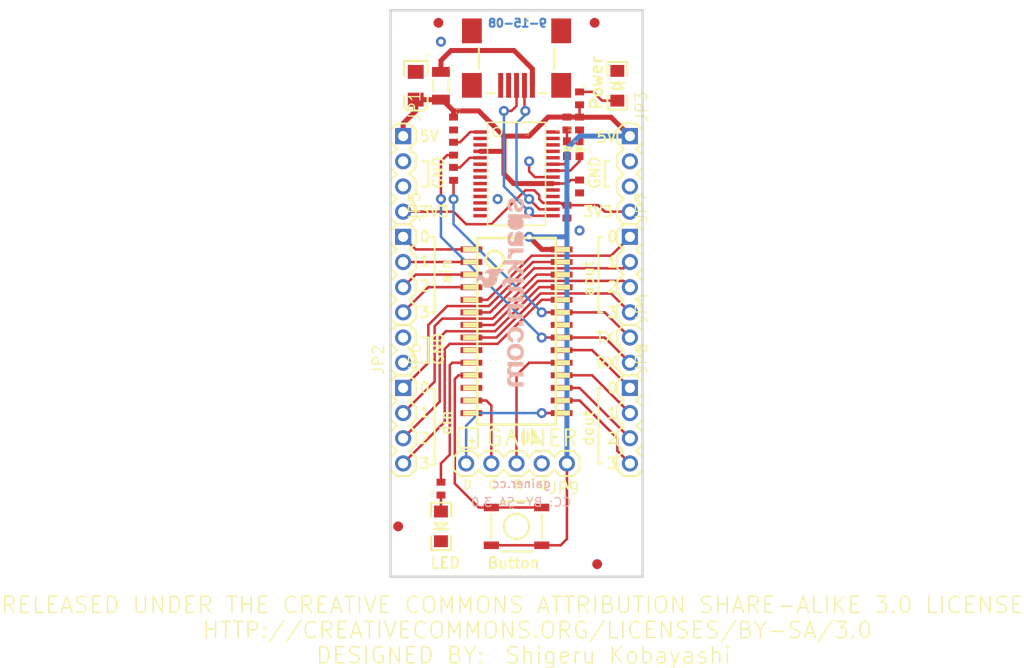
<source format=kicad_pcb>
(kicad_pcb (version 20211014) (generator pcbnew)
  (layers (0 "F.Cu" signal) (31 "B.Cu" signal) (34 "B.Paste" user) (35 "F.Paste" user) (36 "B.SilkS" user "B.Silkscreen") (37 "F.SilkS" user "F.Silkscreen") (38 "B.Mask" user) (39 "F.Mask" user) (44 "Edge.Cuts" user))
  (net 0 "")
  (net 1 "GND")
  (net 2 "AIN1")
  (net 3 "AIN2")
  (net 4 "AIN3")
  (net 5 "AIN4")
  (net 6 "DIN1")
  (net 7 "DIN2")
  (net 8 "DIN3")
  (net 9 "DIN4")
  (net 10 "AOUT1")
  (net 11 "AOUT2")
  (net 12 "AOUT3")
  (net 13 "AOUT4")
  (net 14 "DOUT1")
  (net 15 "DOUT2")
  (net 16 "DOUT3")
  (net 17 "DOUT4")
  (net 18 "N$9")
  (net 19 "N$10")
  (net 20 "N$8")
  (net 21 "N$2")
  (net 22 "5V")
  (net 23 "N$11")
  (net 24 "N$13")
  (net 25 "RX")
  (net 26 "TX")
  (net 27 "N$4")
  (net 28 "3.3V")
  (net 29 "N$1")
  (net 30 "N$5")
  (net 31 "N$7")
  (net 32 "N$6")
  (net 33 "N$16")
  (net 34 "N$17")
  (net 35 "I2CSDA")
  (net 36 "I2CSCL")
  (net 37 "XRES")
  (footprint "boardEagle:C0402" (layer "F.Cu") (at 154.8511 94.2086 -90)
    (fp_text reference "C2" (at -0.889 -0.6985 90) (layer "F.SilkS") (effects (font (size 0.376489 0.376489) (thickness 0.029911)) (justify right)))
    (fp_text value "0.1uF")
    (pad "1" smd rect (at -0.65 0 270) (size 0.7 0.9) (layers "F.Cu" "F.Paste" "F.Mask") (net 22 "5V"))
    (pad "2" smd rect (at 0.65 0 270) (size 0.7 0.9) (layers "F.Cu" "F.Paste" "F.Mask") (net 1 "GND"))
  )
  (footprint "boardEagle:STAND-OFF" (layer "F.Cu") (at 137.8331 131.0386)
    (fp_text reference "U$13" hide)
    (fp_text value "STAND-OFF" hide)
    (pad "" np_thru_hole circle (at 0 0) (size 3.302 3.302) (drill 3.302) (layers *.Cu *.Mask))
  )
  (footprint "boardEagle:1X04" (layer "F.Cu") (at 137.0711 89.1286 -90)
    (fp_text reference "JP1" (at -1.3462 -1.8288 -90) (layer "F.SilkS") (effects (font (size 1.143 1.143) (thickness 0.127)) (justify left bottom)))
    (fp_text value "")
    (pad "1" thru_hole rect (at 0 0) (size 1.6256 1.6256) (drill 1.016) (layers *.Cu *.Mask) (net 22 "5V"))
    (pad "2" thru_hole circle (at 2.54 0) (size 1.6256 1.6256) (drill 1.016) (layers *.Cu *.Mask) (net 1 "GND"))
    (pad "3" thru_hole circle (at 5.08 0) (size 1.6256 1.6256) (drill 1.016) (layers *.Cu *.Mask) (net 1 "GND"))
    (pad "4" thru_hole circle (at 7.62 0) (size 1.6256 1.6256) (drill 1.016) (layers *.Cu *.Mask) (net 28 "3.3V"))
  )
  (footprint "boardEagle:1X04" (layer "F.Cu") (at 159.9311 99.2886 -90)
    (fp_text reference "JP7" (at -1.3462 -1.8288 -90) (layer "F.SilkS") (effects (font (size 1.143 1.143) (thickness 0.127)) (justify left bottom)))
    (fp_text value "AOUT")
    (pad "1" thru_hole rect (at 0 0) (size 1.6256 1.6256) (drill 1.016) (layers *.Cu *.Mask) (net 10 "AOUT1"))
    (pad "2" thru_hole circle (at 2.54 0) (size 1.6256 1.6256) (drill 1.016) (layers *.Cu *.Mask) (net 11 "AOUT2"))
    (pad "3" thru_hole circle (at 5.08 0) (size 1.6256 1.6256) (drill 1.016) (layers *.Cu *.Mask) (net 12 "AOUT3"))
    (pad "4" thru_hole circle (at 7.62 0) (size 1.6256 1.6256) (drill 1.016) (layers *.Cu *.Mask) (net 13 "AOUT4"))
  )
  (footprint "boardEagle:C0402" (layer "F.Cu") (at 142.1511 90.3986 -90)
    (fp_text reference "R5" (at -0.889 -0.6985 -90) (layer "F.SilkS") (effects (font (size 0.373888 0.373888) (thickness 0.032512)) (justify left bottom)))
    (fp_text value "1K")
    (pad "1" smd rect (at -0.65 0 270) (size 0.7 0.9) (layers "F.Cu" "F.Paste" "F.Mask") (net 33 "N$16"))
    (pad "2" smd rect (at 0.65 0 270) (size 0.7 0.9) (layers "F.Cu" "F.Paste" "F.Mask") (net 25 "RX"))
  )
  (footprint "boardEagle:C0402" (layer "F.Cu") (at 140.8811 124.6886 90)
    (fp_text reference "R2" (at -0.889 -0.6985 90) (layer "F.SilkS") (effects (font (size 0.373888 0.373888) (thickness 0.032512)) (justify left bottom)))
    (fp_text value "330")
    (pad "1" smd rect (at -0.65 0 90) (size 0.7 0.9) (layers "F.Cu" "F.Paste" "F.Mask") (net 19 "N$10"))
    (pad "2" smd rect (at 0.65 0 90) (size 0.7 0.9) (layers "F.Cu" "F.Paste" "F.Mask") (net 18 "N$9"))
  )
  (footprint "boardEagle:1X04" (layer "F.Cu") (at 159.9311 89.1286 -90)
    (fp_text reference "JP3" (at -1.3462 -1.8288 -90) (layer "F.SilkS") (effects (font (size 1.143 1.143) (thickness 0.127)) (justify left bottom)))
    (fp_text value "")
    (pad "1" thru_hole rect (at 0 0) (size 1.6256 1.6256) (drill 1.016) (layers *.Cu *.Mask) (net 22 "5V"))
    (pad "2" thru_hole circle (at 2.54 0) (size 1.6256 1.6256) (drill 1.016) (layers *.Cu *.Mask) (net 1 "GND"))
    (pad "3" thru_hole circle (at 5.08 0) (size 1.6256 1.6256) (drill 1.016) (layers *.Cu *.Mask) (net 1 "GND"))
    (pad "4" thru_hole circle (at 7.62 0) (size 1.6256 1.6256) (drill 1.016) (layers *.Cu *.Mask) (net 28 "3.3V"))
  )
  (footprint "boardEagle:FIDUCIAL-1X2" (layer "F.Cu") (at 140.6271 77.6986)
    (fp_text reference "U$17" hide)
    (fp_text value "FIDUCIAL1X2" hide)
    (pad "1" smd roundrect (at 0 0) (size 1 1) (layers "F.Cu" "F.Mask") (roundrect_rratio 0.5))
  )
  (footprint "boardEagle:LED-1206" (layer "F.Cu") (at 140.8811 128.4986 -90)
    (fp_text reference "LED2" (at -0.889 -1.397 -90) (layer "F.SilkS") (effects (font (size 0.373888 0.373888) (thickness 0.032512)) (justify left bottom)))
    (fp_text value "")
    (pad "A" smd rect (at -1.5 0 270) (size 1.2 1.4) (layers "F.Cu" "F.Paste" "F.Mask") (net 19 "N$10"))
    (pad "C" smd rect (at 1.5 0 270) (size 1.2 1.4) (layers "F.Cu" "F.Paste" "F.Mask") (net 1 "GND"))
  )
  (footprint "boardEagle:1X02" (layer "F.Cu") (at 159.9311 109.4486 -90)
    (fp_text reference "JP4" (at -1.3462 -1.8288 -90) (layer "F.SilkS") (effects (font (size 1.143 1.143) (thickness 0.127)) (justify left bottom)))
    (fp_text value "")
    (pad "1" thru_hole circle (at 0 0) (size 1.6256 1.6256) (drill 1.016) (layers *.Cu *.Mask) (net 26 "TX"))
    (pad "2" thru_hole circle (at 2.54 0) (size 1.6256 1.6256) (drill 1.016) (layers *.Cu *.Mask) (net 25 "RX"))
  )
  (footprint "boardEagle:CREATIVE_COMMONS" (layer "F.Cu") (at 116.7511 142.4686)
    (fp_text reference "U$18" hide)
    (fp_text value "CREATIVE_COMMONS" hide)
    (fp_text user "HTTP://CREATIVECOMMONS.ORG/LICENSES/BY-SA/3.0" (at 0 -2.54) (layer "F.SilkS") (effects (font (size 1.63576 1.63576) (thickness 0.14224)) (justify left bottom)))
    (fp_text user "RELEASED UNDER THE CREATIVE COMMONS ATTRIBUTION SHARE-ALIKE 3.0 LICENSE" (at -20.32 -5.08) (layer "F.SilkS") (effects (font (size 1.63576 1.63576) (thickness 0.14224)) (justify left bottom)))
    (fp_text user "DESIGNED BY:" (at 11.43 0) (layer "F.SilkS") (effects (font (size 1.63576 1.63576) (thickness 0.14224)) (justify left bottom)))
  )
  (footprint "boardEagle:STAND-OFF" (layer "F.Cu") (at 159.1691 78.9686)
    (fp_text reference "U$15" hide)
    (fp_text value "STAND-OFF" hide)
    (pad "" np_thru_hole circle (at 0 0) (size 3.302 3.302) (drill 3.302) (layers *.Cu *.Mask))
  )
  (footprint "boardEagle:1X04" (layer "F.Cu") (at 159.9311 114.5286 -90)
    (fp_text reference "JP8" (at -1.3462 -1.8288 -90) (layer "F.SilkS") (effects (font (size 1.143 1.143) (thickness 0.127)) (justify left bottom)))
    (fp_text value "DOUT")
    (pad "1" thru_hole rect (at 0 0) (size 1.6256 1.6256) (drill 1.016) (layers *.Cu *.Mask) (net 14 "DOUT1"))
    (pad "2" thru_hole circle (at 2.54 0) (size 1.6256 1.6256) (drill 1.016) (layers *.Cu *.Mask) (net 15 "DOUT2"))
    (pad "3" thru_hole circle (at 5.08 0) (size 1.6256 1.6256) (drill 1.016) (layers *.Cu *.Mask) (net 16 "DOUT3"))
    (pad "4" thru_hole circle (at 7.62 0) (size 1.6256 1.6256) (drill 1.016) (layers *.Cu *.Mask) (net 17 "DOUT4"))
  )
  (footprint "boardEagle:C0402" (layer "F.Cu") (at 154.8511 85.3186 -90)
    (fp_text reference "R1" (at -0.889 -0.6985 -90) (layer "F.SilkS") (effects (font (size 0.373888 0.373888) (thickness 0.032512)) (justify left bottom)))
    (fp_text value "1K")
    (pad "1" smd rect (at -0.65 0 270) (size 0.7 0.9) (layers "F.Cu" "F.Paste" "F.Mask") (net 27 "N$4"))
    (pad "2" smd rect (at 0.65 0 270) (size 0.7 0.9) (layers "F.Cu" "F.Paste" "F.Mask") (net 22 "5V"))
  )
  (footprint "boardEagle:1X04" (layer "F.Cu") (at 137.0711 114.5286 -90)
    (fp_text reference "JP6" (at -1.3462 -1.8288 -90) (layer "F.SilkS") (effects (font (size 1.143 1.143) (thickness 0.127)) (justify left bottom)))
    (fp_text value "DIN")
    (pad "1" thru_hole rect (at 0 0) (size 1.6256 1.6256) (drill 1.016) (layers *.Cu *.Mask) (net 6 "DIN1"))
    (pad "2" thru_hole circle (at 2.54 0) (size 1.6256 1.6256) (drill 1.016) (layers *.Cu *.Mask) (net 7 "DIN2"))
    (pad "3" thru_hole circle (at 5.08 0) (size 1.6256 1.6256) (drill 1.016) (layers *.Cu *.Mask) (net 8 "DIN3"))
    (pad "4" thru_hole circle (at 7.62 0) (size 1.6256 1.6256) (drill 1.016) (layers *.Cu *.Mask) (net 9 "DIN4"))
  )
  (footprint "boardEagle:STAND-OFF" (layer "F.Cu") (at 159.1691 131.0386)
    (fp_text reference "U$12" hide)
    (fp_text value "STAND-OFF" hide)
    (pad "" np_thru_hole circle (at 0 0) (size 3.302 3.302) (drill 3.302) (layers *.Cu *.Mask))
  )
  (footprint "boardEagle:FIDUCIAL-1X2" (layer "F.Cu") (at 156.3751 77.6986)
    (fp_text reference "E$1" hide)
    (fp_text value "" hide)
    (pad "1" smd roundrect (at 0 0) (size 1 1) (layers "F.Cu" "F.Mask") (roundrect_rratio 0.5))
  )
  (footprint "boardEagle:LED-1206" (layer "F.Cu") (at 158.6611 84.0486 90)
    (fp_text reference "LED1" (at -0.889 -1.397 90) (layer "F.SilkS") (effects (font (size 0.373888 0.373888) (thickness 0.032512)) (justify left bottom)))
    (fp_text value "Power")
    (pad "A" smd rect (at -1.5 0 90) (size 1.2 1.4) (layers "F.Cu" "F.Paste" "F.Mask") (net 27 "N$4"))
    (pad "C" smd rect (at 1.5 0 90) (size 1.2 1.4) (layers "F.Cu" "F.Paste" "F.Mask") (net 1 "GND"))
  )
  (footprint "boardEagle:USB-MINIB" (layer "F.Cu") (at 148.5011 81.5086 -90)
    (fp_text reference "X2" (at -3.81 -1.27 -90) (layer "F.SilkS") (effects (font (size 0.373888 0.373888) (thickness 0.032512)) (justify left bottom)))
    (fp_text value "USBSMD")
    (pad "" np_thru_hole circle (at 0 2.2 270) (size 0.9 0.9) (drill 0.9) (layers *.Cu *.Mask))
    (pad "" np_thru_hole circle (at 0 -2.2 270) (size 0.9 0.9) (drill 0.9) (layers *.Cu *.Mask))
    (pad "D+" smd rect (at 2.5 0 270) (size 2.5 0.5) (layers "F.Cu" "F.Paste" "F.Mask") (net 24 "N$13"))
    (pad "D-" smd rect (at 2.5 -0.8 270) (size 2.5 0.5) (layers "F.Cu" "F.Paste" "F.Mask") (net 23 "N$11"))
    (pad "GND" smd rect (at 2.5 1.6 270) (size 2.5 0.5) (layers "F.Cu" "F.Paste" "F.Mask") (net 1 "GND"))
    (pad "GND@1" smd rect (at -3 4.5 270) (size 2.5 2) (layers "F.Cu" "F.Paste" "F.Mask"))
    (pad "GND@2" smd rect (at -3 -4.5 270) (size 2.5 2) (layers "F.Cu" "F.Paste" "F.Mask"))
    (pad "GND@3" smd rect (at 2.5 -4.5 270) (size 2.5 2) (layers "F.Cu" "F.Paste" "F.Mask"))
    (pad "GND@4" smd rect (at 2.5 4.5 270) (size 2.5 2) (layers "F.Cu" "F.Paste" "F.Mask"))
    (pad "ID" smd rect (at 2.5 0.8 270) (size 2.5 0.5) (layers "F.Cu" "F.Paste" "F.Mask"))
    (pad "VBUS" smd rect (at 2.5 -1.6 270) (size 2.5 0.5) (layers "F.Cu" "F.Paste" "F.Mask") (net 21 "N$2"))
  )
  (footprint "boardEagle:EIA3216" (layer "F.Cu") (at 138.3411 84.0486 -90)
    (fp_text reference "C3" (at -2.54 -1.381 -90) (layer "F.SilkS") (effects (font (size 0.373888 0.373888) (thickness 0.032512)) (justify left bottom)))
    (fp_text value "10uF")
    (pad "A" smd rect (at 1.4 0) (size 1.6 1.4) (layers "F.Cu" "F.Paste" "F.Mask") (net 22 "5V"))
    (pad "C" smd rect (at -1.4 0) (size 1.6 1.4) (layers "F.Cu" "F.Paste" "F.Mask") (net 1 "GND"))
  )
  (footprint "boardEagle:STAND-OFF" (layer "F.Cu") (at 137.8331 78.9686)
    (fp_text reference "U$14" hide)
    (fp_text value "STAND-OFF" hide)
    (pad "" np_thru_hole circle (at 0 0) (size 3.302 3.302) (drill 3.302) (layers *.Cu *.Mask))
  )
  (footprint "boardEagle:C0402" (layer "F.Cu") (at 153.5811 96.7486 -90)
    (fp_text reference "C5" (at -0.889 -0.6985 -90) (layer "F.SilkS") (effects (font (size 0.373888 0.373888) (thickness 0.032512)) (justify left bottom)))
    (fp_text value "0.1uF")
    (pad "1" smd rect (at -0.65 0 270) (size 0.7 0.9) (layers "F.Cu" "F.Paste" "F.Mask") (net 28 "3.3V"))
    (pad "2" smd rect (at 0.65 0 270) (size 0.7 0.9) (layers "F.Cu" "F.Paste" "F.Mask") (net 1 "GND"))
  )
  (footprint "boardEagle:FIDUCIAL-1X2" (layer "F.Cu") (at 136.5631 128.4986)
    (fp_text reference "E$2" hide)
    (fp_text value "" hide)
    (pad "1" smd roundrect (at 0 0) (size 1 1) (layers "F.Cu" "F.Mask") (roundrect_rratio 0.5))
  )
  (footprint "boardEagle:C0402" (layer "F.Cu") (at 142.1511 87.8586 -90)
    (fp_text reference "C1" (at -0.889 -0.6985 -90) (layer "F.SilkS") (effects (font (size 0.373888 0.373888) (thickness 0.032512)) (justify left bottom)))
    (fp_text value "0.1uF")
    (pad "1" smd rect (at -0.65 0 270) (size 0.7 0.9) (layers "F.Cu" "F.Paste" "F.Mask") (net 22 "5V"))
    (pad "2" smd rect (at 0.65 0 270) (size 0.7 0.9) (layers "F.Cu" "F.Paste" "F.Mask") (net 1 "GND"))
  )
  (footprint "boardEagle:SSOP28DB" (layer "F.Cu") (at 148.5011 92.9386 -90)
    (fp_text reference "U2" (at -3.81 -1.27 -90) (layer "F.SilkS") (effects (font (size 0.373888 0.373888) (thickness 0.032512)) (justify left bottom)))
    (fp_text value "FT232RL")
    (pad "1" smd rect (at -4.225 3.656 270) (size 0.348 1.397) (layers "F.Cu" "F.Paste" "F.Mask") (net 33 "N$16"))
    (pad "2" smd rect (at -3.575 3.656 270) (size 0.348 1.397) (layers "F.Cu" "F.Paste" "F.Mask"))
    (pad "3" smd rect (at -2.925 3.656 270) (size 0.348 1.397) (layers "F.Cu" "F.Paste" "F.Mask"))
    (pad "4" smd rect (at -2.275 3.656 270) (size 0.348 1.397) (layers "F.Cu" "F.Paste" "F.Mask") (net 22 "5V"))
    (pad "5" smd rect (at -1.625 3.656 270) (size 0.348 1.397) (layers "F.Cu" "F.Paste" "F.Mask") (net 32 "N$6"))
    (pad "6" smd rect (at -0.975 3.656 270) (size 0.348 1.397) (layers "F.Cu" "F.Paste" "F.Mask"))
    (pad "7" smd rect (at -0.325 3.656 270) (size 0.348 1.397) (layers "F.Cu" "F.Paste" "F.Mask") (net 1 "GND"))
    (pad "8" smd rect (at 0.325 3.656 270) (size 0.348 1.397) (layers "F.Cu" "F.Paste" "F.Mask"))
    (pad "9" smd rect (at 0.975 3.656 270) (size 0.348 1.397) (layers "F.Cu" "F.Paste" "F.Mask"))
    (pad "10" smd rect (at 1.625 3.656 270) (size 0.348 1.397) (layers "F.Cu" "F.Paste" "F.Mask"))
    (pad "11" smd rect (at 2.275 3.656 270) (size 0.348 1.397) (layers "F.Cu" "F.Paste" "F.Mask"))
    (pad "12" smd rect (at 2.925 3.656 270) (size 0.348 1.397) (layers "F.Cu" "F.Paste" "F.Mask"))
    (pad "13" smd rect (at 3.575 3.656 270) (size 0.348 1.397) (layers "F.Cu" "F.Paste" "F.Mask"))
    (pad "14" smd rect (at 4.225 3.656 270) (size 0.348 1.397) (layers "F.Cu" "F.Paste" "F.Mask"))
    (pad "15" smd rect (at 4.225 -3.656 270) (size 0.348 1.397) (layers "F.Cu" "F.Paste" "F.Mask") (net 24 "N$13"))
    (pad "16" smd rect (at 3.575 -3.656 270) (size 0.348 1.397) (layers "F.Cu" "F.Paste" "F.Mask") (net 23 "N$11"))
    (pad "17" smd rect (at 2.925 -3.656 270) (size 0.348 1.397) (layers "F.Cu" "F.Paste" "F.Mask") (net 28 "3.3V"))
    (pad "18" smd rect (at 2.275 -3.656 270) (size 0.348 1.397) (layers "F.Cu" "F.Paste" "F.Mask") (net 1 "GND"))
    (pad "19" smd rect (at 1.625 -3.656 270) (size 0.348 1.397) (layers "F.Cu" "F.Paste" "F.Mask"))
    (pad "20" smd rect (at 0.975 -3.656 270) (size 0.348 1.397) (layers "F.Cu" "F.Paste" "F.Mask") (net 22 "5V"))
    (pad "21" smd rect (at 0.325 -3.656 270) (size 0.348 1.397) (layers "F.Cu" "F.Paste" "F.Mask") (net 1 "GND"))
    (pad "22" smd rect (at -0.325 -3.656 270) (size 0.348 1.397) (layers "F.Cu" "F.Paste" "F.Mask") (net 31 "N$7"))
    (pad "23" smd rect (at -0.975 -3.656 270) (size 0.348 1.397) (layers "F.Cu" "F.Paste" "F.Mask") (net 34 "N$17"))
    (pad "24" smd rect (at -1.625 -3.656 270) (size 0.348 1.397) (layers "F.Cu" "F.Paste" "F.Mask"))
    (pad "25" smd rect (at -2.275 -3.656 270) (size 0.348 1.397) (layers "F.Cu" "F.Paste" "F.Mask") (net 1 "GND"))
    (pad "26" smd rect (at -2.925 -3.656 270) (size 0.348 1.397) (layers "F.Cu" "F.Paste" "F.Mask") (net 1 "GND"))
    (pad "27" smd rect (at -3.575 -3.656 270) (size 0.348 1.397) (layers "F.Cu" "F.Paste" "F.Mask"))
    (pad "28" smd rect (at -4.225 -3.656 270) (size 0.348 1.397) (layers "F.Cu" "F.Paste" "F.Mask"))
  )
  (footprint "boardEagle:TACTILE_SWITCH_SMD" (layer "F.Cu") (at 148.5011 128.4986)
    (fp_text reference "S1" (at -0.889 -1.778) (layer "F.SilkS") (effects (font (size 0.373888 0.373888) (thickness 0.032512)) (justify left bottom)))
    (fp_text value "")
    (pad "1" smd rect (at -2.54 -1.905 90) (size 0.762 1.524) (layers "F.Cu" "F.Paste" "F.Mask") (net 20 "N$8"))
    (pad "2" smd rect (at 2.54 -1.905 90) (size 0.762 1.524) (layers "F.Cu" "F.Paste" "F.Mask") (net 20 "N$8"))
    (pad "3" smd rect (at -2.54 1.905 90) (size 0.762 1.524) (layers "F.Cu" "F.Paste" "F.Mask") (net 22 "5V"))
    (pad "4" smd rect (at 2.54 1.905 90) (size 0.762 1.524) (layers "F.Cu" "F.Paste" "F.Mask") (net 22 "5V"))
  )
  (footprint "boardEagle:PTC-1206" (layer "F.Cu") (at 140.8811 84.0486 -90)
    (fp_text reference "F1" (at -1.524 -1.27 -90) (layer "F.SilkS") (effects (font (size 0.373888 0.373888) (thickness 0.032512)) (justify left bottom)))
    (fp_text value "PTC")
    (pad "1" smd rect (at -1.4 0 270) (size 1 1.8) (layers "F.Cu" "F.Paste" "F.Mask") (net 21 "N$2"))
    (pad "2" smd rect (at 1.4 0 270) (size 1 1.8) (layers "F.Cu" "F.Paste" "F.Mask") (net 22 "5V"))
  )
  (footprint "boardEagle:C0402" (layer "F.Cu") (at 142.1511 92.9386 -90)
    (fp_text reference "R6" (at -0.889 -0.6985 -90) (layer "F.SilkS") (effects (font (size 0.373888 0.373888) (thickness 0.032512)) (justify left bottom)))
    (fp_text value "1K")
    (pad "1" smd rect (at -0.65 0 270) (size 0.7 0.9) (layers "F.Cu" "F.Paste" "F.Mask") (net 32 "N$6"))
    (pad "2" smd rect (at 0.65 0 270) (size 0.7 0.9) (layers "F.Cu" "F.Paste" "F.Mask") (net 26 "TX"))
  )
  (footprint "boardEagle:C0402" (layer "F.Cu") (at 153.5811 87.8586 90)
    (fp_text reference "R3" (at -0.889 -0.6985 90) (layer "F.SilkS") (effects (font (size 0.373888 0.373888) (thickness 0.032512)) (justify left bottom)))
    (fp_text value "1K")
    (pad "1" smd rect (at -0.65 0 90) (size 0.7 0.9) (layers "F.Cu" "F.Paste" "F.Mask") (net 29 "N$1"))
    (pad "2" smd rect (at 0.65 0 90) (size 0.7 0.9) (layers "F.Cu" "F.Paste" "F.Mask") (net 22 "5V"))
  )
  (footprint "boardEagle:1X04" (layer "F.Cu") (at 137.0711 99.2886 -90)
    (fp_text reference "JP5" (at -1.3462 -1.8288 -90) (layer "F.SilkS") (effects (font (size 1.143 1.143) (thickness 0.127)) (justify left bottom)))
    (fp_text value "AIN")
    (pad "1" thru_hole rect (at 0 0) (size 1.6256 1.6256) (drill 1.016) (layers *.Cu *.Mask) (net 2 "AIN1"))
    (pad "2" thru_hole circle (at 2.54 0) (size 1.6256 1.6256) (drill 1.016) (layers *.Cu *.Mask) (net 3 "AIN2"))
    (pad "3" thru_hole circle (at 5.08 0) (size 1.6256 1.6256) (drill 1.016) (layers *.Cu *.Mask) (net 4 "AIN3"))
    (pad "4" thru_hole circle (at 7.62 0) (size 1.6256 1.6256) (drill 1.016) (layers *.Cu *.Mask) (net 5 "AIN4"))
  )
  (footprint "boardEagle:GAINER_LOGO" (layer "F.Cu") (at 142.5321 120.6246)
    (fp_text reference "U$19" hide)
    (fp_text value "" hide)
  )
  (footprint "boardEagle:FIDUCIAL-1X2" (layer "F.Cu") (at 156.6291 132.3086)
    (fp_text reference "U$10" hide)
    (fp_text value "FIDUCIAL1X2" hide)
    (pad "1" smd roundrect (at 0 0) (size 1 1) (layers "F.Cu" "F.Mask") (roundrect_rratio 0.5))
  )
  (footprint "boardEagle:LED-0603" (layer "F.Cu") (at 154.8511 90.3986 180)
    (fp_text reference "LED4" (at -0.6985 0.889 270) (layer "F.SilkS") (effects (font (size 0.373888 0.373888) (thickness 0.032512)) (justify right top)))
    (fp_text value "RX")
    (pad "A" smd rect (at 0 0.75 180) (size 0.8 0.8) (layers "F.Cu" "F.Paste" "F.Mask") (net 30 "N$5"))
    (pad "C" smd rect (at 0 -0.75 180) (size 0.8 0.8) (layers "F.Cu" "F.Paste" "F.Mask") (net 31 "N$7"))
  )
  (footprint "boardEagle:C0402" (layer "F.Cu") (at 154.8511 87.8586 90)
    (fp_text reference "R4" (at -0.889 -0.6985 90) (layer "F.SilkS") (effects (font (size 0.373888 0.373888) (thickness 0.032512)) (justify left bottom)))
    (fp_text value "1K")
    (pad "1" smd rect (at -0.65 0 90) (size 0.7 0.9) (layers "F.Cu" "F.Paste" "F.Mask") (net 30 "N$5"))
    (pad "2" smd rect (at 0.65 0 90) (size 0.7 0.9) (layers "F.Cu" "F.Paste" "F.Mask") (net 22 "5V"))
  )
  (footprint "boardEagle:1X02" (layer "F.Cu") (at 137.0711 111.9886 90)
    (fp_text reference "JP2" (at -1.3462 -1.8288 90) (layer "F.SilkS") (effects (font (size 1.143 1.143) (thickness 0.127)) (justify left bottom)))
    (fp_text value "")
    (pad "1" thru_hole circle (at 0 0 180) (size 1.6256 1.6256) (drill 1.016) (layers *.Cu *.Mask) (net 1 "GND"))
    (pad "2" thru_hole circle (at 2.54 0 180) (size 1.6256 1.6256) (drill 1.016) (layers *.Cu *.Mask) (net 1 "GND"))
  )
  (footprint "boardEagle:1X05" (layer "F.Cu") (at 153.5811 122.1486 180)
    (fp_text reference "JP9" (at -1.3462 -1.8288 180) (layer "F.SilkS") (effects (font (size 1.143 1.143) (thickness 0.127)) (justify right top)))
    (fp_text value "ISSP")
    (pad "1" thru_hole circle (at 0 0 270) (size 1.6256 1.6256) (drill 1.016) (layers *.Cu *.Mask) (net 22 "5V"))
    (pad "2" thru_hole circle (at 2.54 0 270) (size 1.6256 1.6256) (drill 1.016) (layers *.Cu *.Mask) (net 1 "GND"))
    (pad "3" thru_hole circle (at 5.08 0 270) (size 1.6256 1.6256) (drill 1.016) (layers *.Cu *.Mask) (net 37 "XRES"))
    (pad "4" thru_hole circle (at 7.62 0 270) (size 1.6256 1.6256) (drill 1.016) (layers *.Cu *.Mask) (net 36 "I2CSCL"))
    (pad "5" thru_hole circle (at 10.16 0 270) (size 1.6256 1.6256) (drill 1.016) (layers *.Cu *.Mask) (net 35 "I2CSDA"))
  )
  (footprint "boardEagle:LED-0603" (layer "F.Cu") (at 153.5811 90.3986 180)
    (fp_text reference "LED3" (at -0.6985 0.889 270) (layer "F.SilkS") (effects (font (size 0.373888 0.373888) (thickness 0.032512)) (justify right top)))
    (fp_text value "TX")
    (pad "A" smd rect (at 0 0.75 180) (size 0.8 0.8) (layers "F.Cu" "F.Paste" "F.Mask") (net 29 "N$1"))
    (pad "C" smd rect (at 0 -0.75 180) (size 0.8 0.8) (layers "F.Cu" "F.Paste" "F.Mask") (net 34 "N$17"))
  )
  (footprint "boardEagle:SOIC28" (layer "F.Cu") (at 148.5011 109.4486 90)
    (fp_text reference "U1" (at -9.525 2.54 180) (layer "F.SilkS") (effects (font (size 1.016 1.016) (thickness 0.254)) (justify right top)))
    (fp_text value "CY8C29466-24SOIC")
    (pad "1" smd rect (at 8.89 -4.5475 90) (size 0.6 2.2) (layers "F.Cu" "F.Paste" "F.Mask") (net 2 "AIN1"))
    (pad "2" smd rect (at 7.62 -4.5475 90) (size 0.6 2.2) (layers "F.Cu" "F.Paste" "F.Mask") (net 3 "AIN2"))
    (pad "3" smd rect (at 6.35 -4.5475 90) (size 0.6 2.2) (layers "F.Cu" "F.Paste" "F.Mask") (net 4 "AIN3"))
    (pad "4" smd rect (at 5.08 -4.5475 90) (size 0.6 2.2) (layers "F.Cu" "F.Paste" "F.Mask") (net 5 "AIN4"))
    (pad "5" smd rect (at 3.81 -4.5475 90) (size 0.6 2.2) (layers "F.Cu" "F.Paste" "F.Mask") (net 10 "AOUT1"))
    (pad "6" smd rect (at 2.54 -4.5475 90) (size 0.6 2.2) (layers "F.Cu" "F.Paste" "F.Mask") (net 11 "AOUT2"))
    (pad "7" smd rect (at 1.27 -4.5475 90) (size 0.6 2.2) (layers "F.Cu" "F.Paste" "F.Mask") (net 12 "AOUT3"))
    (pad "8" smd rect (at 0 -4.5475 90) (size 0.6 2.2) (layers "F.Cu" "F.Paste" "F.Mask") (net 13 "AOUT4"))
    (pad "9" smd rect (at -1.27 -4.5475 90) (size 0.6 2.2) (layers "F.Cu" "F.Paste" "F.Mask"))
    (pad "10" smd rect (at -2.54 -4.5475 90) (size 0.6 2.2) (layers "F.Cu" "F.Paste" "F.Mask") (net 18 "N$9"))
    (pad "11" smd rect (at -3.81 -4.5475 90) (size 0.6 2.2) (layers "F.Cu" "F.Paste" "F.Mask") (net 20 "N$8"))
    (pad "12" smd rect (at -5.08 -4.5475 90) (size 0.6 2.2) (layers "F.Cu" "F.Paste" "F.Mask"))
    (pad "13" smd rect (at -6.35 -4.5475 90) (size 0.6 2.2) (layers "F.Cu" "F.Paste" "F.Mask") (net 36 "I2CSCL"))
    (pad "14" smd rect (at -7.62 -4.5475 90) (size 0.6 2.2) (layers "F.Cu" "F.Paste" "F.Mask") (net 1 "GND"))
    (pad "15" smd rect (at -7.62 4.5475 90) (size 0.6 2.2) (layers "F.Cu" "F.Paste" "F.Mask") (net 35 "I2CSDA"))
    (pad "16" smd rect (at -6.35 4.5475 90) (size 0.6 2.2) (layers "F.Cu" "F.Paste" "F.Mask") (net 17 "DOUT4"))
    (pad "17" smd rect (at -5.08 4.5475 90) (size 0.6 2.2) (layers "F.Cu" "F.Paste" "F.Mask") (net 16 "DOUT3"))
    (pad "18" smd rect (at -3.81 4.5475 90) (size 0.6 2.2) (layers "F.Cu" "F.Paste" "F.Mask") (net 15 "DOUT2"))
    (pad "19" smd rect (at -2.54 4.5475 90) (size 0.6 2.2) (layers "F.Cu" "F.Paste" "F.Mask") (net 37 "XRES"))
    (pad "20" smd rect (at -1.27 4.5475 90) (size 0.6 2.2) (layers "F.Cu" "F.Paste" "F.Mask") (net 14 "DOUT1"))
    (pad "21" smd rect (at 0 4.5475 90) (size 0.6 2.2) (layers "F.Cu" "F.Paste" "F.Mask") (net 25 "RX"))
    (pad "22" smd rect (at 1.27 4.5475 90) (size 0.6 2.2) (layers "F.Cu" "F.Paste" "F.Mask"))
    (pad "23" smd rect (at 2.54 4.5475 90) (size 0.6 2.2) (layers "F.Cu" "F.Paste" "F.Mask") (net 26 "TX"))
    (pad "24" smd rect (at 3.81 4.5475 90) (size 0.6 2.2) (layers "F.Cu" "F.Paste" "F.Mask") (net 9 "DIN4"))
    (pad "25" smd rect (at 5.08 4.5475 90) (size 0.6 2.2) (layers "F.Cu" "F.Paste" "F.Mask") (net 8 "DIN3"))
    (pad "26" smd rect (at 6.35 4.5475 90) (size 0.6 2.2) (layers "F.Cu" "F.Paste" "F.Mask") (net 7 "DIN2"))
    (pad "27" smd rect (at 7.62 4.5475 90) (size 0.6 2.2) (layers "F.Cu" "F.Paste" "F.Mask") (net 6 "DIN1"))
    (pad "28" smd rect (at 8.89 4.5475 90) (size 0.6 2.2) (layers "F.Cu" "F.Paste" "F.Mask") (net 22 "5V"))
  )
  (footprint "boardEagle:SFE-NEW-WEBLOGO" (layer "B.Cu") (at 150.1521 95.3516 -90)
    (fp_text reference "U$1" hide)
    (fp_text value "LOGO-SFENEW" hide)
  )
  (gr_line (start 140.2461 122.2756) (end 139.8651 122.2756) (layer "F.SilkS") (width 0.2032))
  (gr_line (start 139.6111 111.9886) (end 138.9761 111.9886) (layer "F.SilkS") (width 0.2032))
  (gr_line (start 156.7561 114.5286) (end 156.7561 122.1486) (layer "F.SilkS") (width 0.2032))
  (gr_line (start 157.1371 99.2886) (end 156.7561 99.2886) (layer "F.SilkS") (width 0.2032))
  (gr_line (start 138.9761 91.6686) (end 139.6111 91.6686) (layer "F.SilkS") (width 0.2032))
  (gr_line (start 157.3911 91.6686) (end 157.8991 91.6686) (layer "F.SilkS") (width 0.2032))
  (gr_line (start 157.1371 114.5286) (end 156.7561 114.5286) (layer "F.SilkS") (width 0.2032))
  (gr_line (start 139.6111 94.2086) (end 138.9761 94.2086) (layer "F.SilkS") (width 0.2032))
  (gr_line (start 156.7561 106.9086) (end 157.1371 106.9086) (layer "F.SilkS") (width 0.2032))
  (gr_line (start 139.8651 99.2886) (end 140.2461 99.2886) (layer "F.SilkS") (width 0.2032))
  (gr_line (start 139.6111 109.4486) (end 139.6111 111.9886) (layer "F.SilkS") (width 0.2032))
  (gr_line (start 140.2461 106.9086) (end 139.8651 106.9086) (layer "F.SilkS") (width 0.2032))
  (gr_line (start 139.6111 91.6686) (end 139.6111 94.2086) (layer "F.SilkS") (width 0.2032))
  (gr_line (start 139.8651 114.6556) (end 140.2461 114.6556) (layer "F.SilkS") (width 0.2032))
  (gr_line (start 157.3911 94.2086) (end 157.3911 91.6686) (layer "F.SilkS") (width 0.2032))
  (gr_line (start 156.7561 99.2886) (end 156.7561 106.9086) (layer "F.SilkS") (width 0.2032))
  (gr_line (start 140.2461 114.6556) (end 140.2461 122.2756) (layer "F.SilkS") (width 0.2032))
  (gr_line (start 140.2461 99.2886) (end 140.2461 106.9086) (layer "F.SilkS") (width 0.2032))
  (gr_line (start 156.7561 122.1486) (end 157.1371 122.1486) (layer "F.SilkS") (width 0.2032))
  (gr_line (start 157.8991 94.2086) (end 157.3911 94.2086) (layer "F.SilkS") (width 0.2032))
  (gr_line (start 138.9761 109.4486) (end 139.6111 109.4486) (layer "F.SilkS") (width 0.2032))
  (gr_line (start 161.2011 133.5786) (end 135.8011 133.5786) (layer "Edge.Cuts") (width 0.254))
  (gr_line (start 135.8011 133.5786) (end 135.8011 76.4286) (layer "Edge.Cuts") (width 0.254))
  (gr_line (start 161.2011 76.4286) (end 161.2011 133.5786) (layer "Edge.Cuts") (width 0.254))
  (gr_line (start 135.8011 76.4286) (end 161.2011 76.4286) (layer "Edge.Cuts") (width 0.254))
  (gr_text "9-15-08" (at 151.6761 78.2066) (layer "B.Cu") (effects (font (size 0.8128 0.8128) (thickness 0.2032)) (justify left bottom mirror)))
  (gr_text "CC: BY-SA 3.0" (at 154.0891 126.5936) (layer "B.SilkS") (effects (font (size 0.89408 0.89408) (thickness 0.12192)) (justify left bottom mirror)))
  (gr_text "gainer.cc" (at 152.0571 124.6886) (layer "B.SilkS") (effects (font (size 0.8636 0.8636) (thickness 0.1524)) (justify left bottom mirror)))
  (gr_text "D" (at 143.0401 124.8156) (layer "F.SilkS") (effects (font (size 0.8636 0.8636) (thickness 0.1524)) (justify left bottom)))
  (gr_text "V" (at 153.2001 124.8156) (layer "F.SilkS") (effects (font (size 0.8636 0.8636) (thickness 0.1524)) (justify left bottom)))
  (gr_text "Shigeru Kobayashi" (at 147.2311 142.4686) (layer "F.SilkS") (effects (font (size 1.63576 1.63576) (thickness 0.14224)) (justify left bottom)))
  (gr_text "0" (at 157.5181 99.9236) (layer "F.SilkS") (effects (font (size 1.0795 1.0795) (thickness 0.1905)) (justify left bottom)))
  (gr_text "3" (at 138.5951 122.7836) (layer "F.SilkS") (effects (font (size 1.0795 1.0795) (thickness 0.1905)) (justify left bottom)))
  (gr_text "G" (at 150.6601 124.8156) (layer "F.SilkS") (effects (font (size 0.8636 0.8636) (thickness 0.1524)) (justify left bottom)))
  (gr_text "ain" (at 140.7541 101.4476 90) (layer "F.SilkS") (effects (font (size 1.0795 1.0795) (thickness 0.1905)) (justify right top)))
  (gr_text "1" (at 138.5951 117.5766) (layer "F.SilkS") (effects (font (size 1.0795 1.0795) (thickness 0.1905)) (justify left bottom)))
  (gr_text "C" (at 145.5801 124.8156) (layer "F.SilkS") (effects (font (size 0.8636 0.8636) (thickness 0.1524)) (justify left bottom)))
  (gr_text "0" (at 138.5951 99.9236) (layer "F.SilkS") (effects (font (size 1.0795 1.0795) (thickness 0.1905)) (justify left bottom)))
  (gr_text "GND" (at 139.9921 91.0336 90) (layer "F.SilkS") (effects (font (size 1.0795 1.0795) (thickness 0.1905)) (justify right top)))
  (gr_text "Power" (at 157.2641 86.5886 90) (layer "F.SilkS") (effects (font (size 1.20904 1.20904) (thickness 0.21336)) (justify left bottom)))
  (gr_text "2" (at 157.5181 120.2436) (layer "F.SilkS") (effects (font (size 1.0795 1.0795) (thickness 0.1905)) (justify left bottom)))
  (gr_text "LED" (at 139.7381 132.8166) (layer "F.SilkS") (effects (font (size 1.0795 1.0795) (thickness 0.1905)) (justify left bottom)))
  (gr_text "1" (at 138.5951 102.3366) (layer "F.SilkS") (effects (font (size 1.0795 1.0795) (thickness 0.1905)) (justify left bottom)))
  (gr_text "0" (at 157.5181 115.1636) (layer "F.SilkS") (effects (font (size 1.0795 1.0795) (thickness 0.1905)) (justify left bottom)))
  (gr_text "2" (at 157.5181 105.0036) (layer "F.SilkS") (effects (font (size 1.0795 1.0795) (thickness 0.1905)) (justify left bottom)))
  (gr_text "1" (at 157.5181 102.4636) (layer "F.SilkS") (effects (font (size 1.0795 1.0795) (thickness 0.1905)) (justify left bottom)))
  (gr_text "R" (at 148.1201 124.8156) (layer "F.SilkS") (effects (font (size 0.8636 0.8636) (thickness 0.1524)) (justify left bottom)))
  (gr_text "GND" (at 139.9921 108.8136 90) (layer "F.SilkS") (effects (font (size 1.0795 1.0795) (thickness 0.1905)) (justify right top)))
  (gr_text "GND" (at 157.0101 94.5896 90) (layer "F.SilkS") (effects (font (size 1.0795 1.0795) (thickness 0.1905)) (justify left bottom)))
  (gr_text "dout" (at 156.3751 120.4976 90) (layer "F.SilkS") (effects (font (size 1.0795 1.0795) (thickness 0.1905)) (justify left bottom)))
  (gr_text "Button" (at 145.4531 132.8166) (layer "F.SilkS") (effects (font (size 1.0795 1.0795) (thickness 0.1905)) (justify left bottom)))
  (gr_text "1" (at 157.5181 117.7036) (layer "F.SilkS") (effects (font (size 1.0795 1.0795) (thickness 0.1905)) (justify left bottom)))
  (gr_text "5V" (at 138.5951 89.7636) (layer "F.SilkS") (effects (font (size 1.0795 1.0795) (thickness 0.1905)) (justify left bottom)))
  (gr_text "3" (at 138.5951 107.5436) (layer "F.SilkS") (effects (font (size 1.0795 1.0795) (thickness 0.1905)) (justify left bottom)))
  (gr_text "0" (at 138.5951 115.1636) (layer "F.SilkS") (effects (font (size 1.0795 1.0795) (thickness 0.1905)) (justify left bottom)))
  (gr_text "aout" (at 156.3751 105.3846 90) (layer "F.SilkS") (effects (font (size 1.0795 1.0795) (thickness 0.1905)) (justify left bottom)))
  (gr_text "TX" (at 156.3751 110.0836) (layer "F.SilkS") (effects (font (size 1.0795 1.0795) (thickness 0.1905)) (justify left bottom)))
  (gr_text "5V" (at 158.6611 88.6206) (layer "F.SilkS") (effects (font (size 1.0795 1.0795) (thickness 0.1905)) (justify right top)))
  (gr_text "3V3" (at 138.5951 97.3836) (layer "F.SilkS") (effects (font (size 1.0795 1.0795) (thickness 0.1905)) (justify left bottom)))
  (gr_text "3V3" (at 155.1051 97.3836) (layer "F.SilkS") (effects (font (size 1.0795 1.0795) (thickness 0.1905)) (justify left bottom)))
  (gr_text "2" (at 138.5951 104.8766) (layer "F.SilkS") (effects (font (size 1.0795 1.0795) (thickness 0.1905)) (justify left bottom)))
  (gr_text "2" (at 138.5951 120.2436) (layer "F.SilkS") (effects (font (size 1.0795 1.0795) (thickness 0.1905)) (justify left bottom)))
  (gr_text "RX" (at 156.3751 112.6236) (layer "F.SilkS") (effects (font (size 1.0795 1.0795) (thickness 0.1905)) (justify left bottom)))
  (gr_text "3" (at 157.5181 122.7836) (layer "F.SilkS") (effects (font (size 1.0795 1.0795) (thickness 0.1905)) (justify left bottom)))
  (gr_text "3" (at 157.5181 107.5436) (layer "F.SilkS") (effects (font (size 1.0795 1.0795) (thickness 0.1905)) (justify left bottom)))
  (gr_text "din" (at 140.7541 116.6876 90) (layer "F.SilkS") (effects (font (size 1.0795 1.0795) (thickness 0.1905)) (justify right top)))
  (segment (start 149.7711 92.6846) (end 149.7711 91.6686) (width 0.254) (layer "F.Cu") (net 1))
  (segment (start 150.3501 93.2636) (end 149.7711 92.6846) (width 0.254) (layer "F.Cu") (net 1))
  (segment (start 150.3501 93.2636) (end 152.1571 93.2636) (width 0.254) (layer "F.Cu") (net 1))
  (via (at 140.8811 79.6036) (size 1.016) (drill 0.508) (layers "F.Cu" "B.Cu") (net 1))
  (via (at 154.8511 98.6536) (size 1.016) (drill 0.508) (layers "F.Cu" "B.Cu") (net 1))
  (via (at 146.5961 95.4786) (size 1.016) (drill 0.508) (layers "F.Cu" "B.Cu") (net 1))
  (via (at 149.7711 91.6686) (size 1.016) (drill 0.508) (layers "F.Cu" "B.Cu") (net 1))
  (segment (start 138.3411 100.5586) (end 143.9536 100.5586) (width 0.254) (layer "F.Cu") (net 2))
  (segment (start 137.0711 99.2886) (end 138.3411 100.5586) (width 0.254) (layer "F.Cu") (net 2))
  (segment (start 137.0711 101.8286) (end 143.9536 101.8286) (width 0.254) (layer "F.Cu") (net 3))
  (segment (start 138.3411 103.0986) (end 143.9536 103.0986) (width 0.254) (layer "F.Cu") (net 4))
  (segment (start 137.0711 104.3686) (end 138.3411 103.0986) (width 0.254) (layer "F.Cu") (net 4))
  (segment (start 137.0711 106.9086) (end 139.6111 104.3686) (width 0.254) (layer "F.Cu") (net 5))
  (segment (start 139.6111 104.3686) (end 143.9536 104.3686) (width 0.254) (layer "F.Cu") (net 5))
  (segment (start 139.6111 108.1786) (end 141.5161 106.2736) (width 0.254) (layer "F.Cu") (net 6))
  (segment (start 137.0711 114.5286) (end 139.6111 111.9886) (width 0.254) (layer "F.Cu") (net 6))
  (segment (start 141.5161 106.2736) (end 145.7071 106.2736) (width 0.254) (layer "F.Cu") (net 6))
  (segment (start 139.6111 111.9886) (end 139.6111 108.1786) (width 0.254) (layer "F.Cu") (net 6))
  (segment (start 145.7071 106.2736) (end 150.1521 101.8286) (width 0.254) (layer "F.Cu") (net 6))
  (segment (start 150.1521 101.8286) (end 153.0486 101.8286) (width 0.254) (layer "F.Cu") (net 6))
  (segment (start 141.0081 107.5436) (end 146.0881 107.5436) (width 0.254) (layer "F.Cu") (net 7))
  (segment (start 146.0881 107.5436) (end 150.5331 103.0986) (width 0.254) (layer "F.Cu") (net 7))
  (segment (start 140.2461 108.3056) (end 141.0081 107.5436) (width 0.254) (layer "F.Cu") (net 7))
  (segment (start 150.5331 103.0986) (end 153.0486 103.0986) (width 0.254) (layer "F.Cu") (net 7))
  (segment (start 140.2461 113.8936) (end 140.2461 108.3056) (width 0.254) (layer "F.Cu") (net 7))
  (segment (start 137.0711 117.0686) (end 140.2461 113.8936) (width 0.254) (layer "F.Cu") (net 7))
  (segment (start 141.3891 108.8136) (end 146.3421 108.8136) (width 0.254) (layer "F.Cu") (net 8))
  (segment (start 146.3421 108.8136) (end 150.7871 104.3686) (width 0.254) (layer "F.Cu") (net 8))
  (segment (start 140.7541 109.4486) (end 141.3891 108.8136) (width 0.254) (layer "F.Cu") (net 8))
  (segment (start 150.7871 104.3686) (end 153.0486 104.3686) (width 0.254) (layer "F.Cu") (net 8))
  (segment (start 140.7541 115.9256) (end 140.7541 109.4486) (width 0.254) (layer "F.Cu") (net 8))
  (segment (start 137.0711 119.6086) (end 140.7541 115.9256) (width 0.254) (layer "F.Cu") (net 8))
  (segment (start 137.0711 122.1486) (end 141.2621 117.9576) (width 0.254) (layer "F.Cu") (net 9))
  (segment (start 141.7701 110.0836) (end 146.5961 110.0836) (width 0.254) (layer "F.Cu") (net 9))
  (segment (start 141.2621 117.9576) (end 141.2621 110.5916) (width 0.254) (layer "F.Cu") (net 9))
  (segment (start 151.0411 105.6386) (end 153.0486 105.6386) (width 0.254) (layer "F.Cu") (net 9))
  (segment (start 146.5961 110.0836) (end 151.0411 105.6386) (width 0.254) (layer "F.Cu") (net 9))
  (segment (start 141.2621 110.5916) (end 141.7701 110.0836) (width 0.254) (layer "F.Cu") (net 9))
  (segment (start 158.0261 101.1936) (end 159.9311 99.2886) (width 0.254) (layer "F.Cu") (net 10))
  (segment (start 145.5801 105.6386) (end 150.0251 101.1936) (width 0.254) (layer "F.Cu") (net 10))
  (segment (start 150.0251 101.1936) (end 158.0261 101.1936) (width 0.254) (layer "F.Cu") (net 10))
  (segment (start 143.9536 105.6386) (end 145.5801 105.6386) (width 0.254) (layer "F.Cu") (net 10))
  (segment (start 143.9536 106.9086) (end 145.8341 106.9086) (width 0.254) (layer "F.Cu") (net 11))
  (segment (start 145.8341 106.9086) (end 150.2791 102.4636) (width 0.254) (layer "F.Cu") (net 11))
  (segment (start 150.2791 102.4636) (end 159.2961 102.4636) (width 0.254) (layer "F.Cu") (net 11))
  (segment (start 159.2961 102.4636) (end 159.9311 101.8286) (width 0.254) (layer "F.Cu") (net 11))
  (segment (start 143.9536 108.1786) (end 146.2151 108.1786) (width 0.254) (layer "F.Cu") (net 12))
  (segment (start 159.2961 103.7336) (end 159.9311 104.3686) (width 0.254) (layer "F.Cu") (net 12))
  (segment (start 150.6601 103.7336) (end 159.2961 103.7336) (width 0.254) (layer "F.Cu") (net 12))
  (segment (start 146.2151 108.1786) (end 150.6601 103.7336) (width 0.254) (layer "F.Cu") (net 12))
  (segment (start 158.0261 105.0036) (end 159.9311 106.9086) (width 0.254) (layer "F.Cu") (net 13))
  (segment (start 150.9141 105.0036) (end 158.0261 105.0036) (width 0.254) (layer "F.Cu") (net 13))
  (segment (start 143.9536 109.4486) (end 146.4691 109.4486) (width 0.254) (layer "F.Cu") (net 13))
  (segment (start 146.4691 109.4486) (end 150.9141 105.0036) (width 0.254) (layer "F.Cu") (net 13))
  (segment (start 156.1211 110.7186) (end 159.9311 114.5286) (width 0.254) (layer "F.Cu") (net 14))
  (segment (start 153.0486 110.7186) (end 156.1211 110.7186) (width 0.254) (layer "F.Cu") (net 14))
  (segment (start 156.1211 113.2586) (end 159.9311 117.0686) (width 0.254) (layer "F.Cu") (net 15))
  (segment (start 153.0486 113.2586) (end 156.1211 113.2586) (width 0.254) (layer "F.Cu") (net 15))
  (segment (start 153.0486 114.5286) (end 154.8511 114.5286) (width 0.254) (layer "F.Cu") (net 16))
  (segment (start 154.8511 114.5286) (end 159.9311 119.6086) (width 0.254) (layer "F.Cu") (net 16))
  (segment (start 158.6611 119.6086) (end 154.8511 115.7986) (width 0.254) (layer "F.Cu") (net 17))
  (segment (start 159.9311 122.1486) (end 158.6611 120.8786) (width 0.254) (layer "F.Cu") (net 17))
  (segment (start 158.6611 120.8786) (end 158.6611 119.6086) (width 0.254) (layer "F.Cu") (net 17))
  (segment (start 154.8511 115.7986) (end 153.0486 115.7986) (width 0.254) (layer "F.Cu") (net 17))
  (segment (start 142.0241 111.9886) (end 143.9536 111.9886) (width 0.254) (layer "F.Cu") (net 18))
  (segment (start 141.7701 112.2426) (end 142.0241 111.9886) (width 0.254) (layer "F.Cu") (net 18))
  (segment (start 140.8811 122.1486) (end 141.7701 121.2596) (width 0.254) (layer "F.Cu") (net 18))
  (segment (start 140.8811 124.0386) (end 140.8811 122.1486) (width 0.254) (layer "F.Cu") (net 18))
  (segment (start 141.7701 121.2596) (end 141.7701 112.2426) (width 0.254) (layer "F.Cu") (net 18))
  (segment (start 140.8811 126.9986) (end 140.8811 127.1016) (width 0.254) (layer "F.Cu") (net 19))
  (segment (start 140.8811 126.9986) (end 140.8811 125.3386) (width 0.254) (layer "F.Cu") (net 19))
  (segment (start 142.2781 124.1806) (end 142.2781 113.6396) (width 0.254) (layer "F.Cu") (net 20))
  (segment (start 142.2781 113.6396) (end 142.6591 113.2586) (width 0.254) (layer "F.Cu") (net 20))
  (segment (start 144.6911 126.5936) (end 142.2781 124.1806) (width 0.254) (layer "F.Cu") (net 20))
  (segment (start 142.6591 113.2586) (end 143.9536 113.2586) (width 0.254) (layer "F.Cu") (net 20))
  (segment (start 145.9611 126.5936) (end 151.0411 126.5936) (width 0.254) (layer "F.Cu") (net 20))
  (segment (start 144.6911 126.5936) (end 145.9611 126.5936) (width 0.254) (layer "F.Cu") (net 20))
  (segment (start 148.2471 80.4926) (end 150.1011 82.3466) (width 0.508) (layer "F.Cu") (net 21))
  (segment (start 141.8971 80.4926) (end 148.2471 80.4926) (width 0.508) (layer "F.Cu") (net 21))
  (segment (start 140.8811 82.6486) (end 140.8811 82.7786) (width 0.508) (layer "F.Cu") (net 21))
  (segment (start 140.8811 82.6486) (end 140.8811 81.5086) (width 0.508) (layer "F.Cu") (net 21))
  (segment (start 150.1011 82.3466) (end 150.1011 84.0086) (width 0.508) (layer "F.Cu") (net 21))
  (segment (start 140.8811 81.5086) (end 141.8971 80.4926) (width 0.508) (layer "F.Cu") (net 21))
  (segment (start 138.3411 85.4486) (end 138.3411 86.5886) (width 0.508) (layer "F.Cu") (net 22))
  (segment (start 147.2311 89.1286) (end 147.2311 90.6526) (width 0.508) (layer "F.Cu") (net 22))
  (segment (start 153.5811 87.2086) (end 151.6911 87.2086) (width 0.508) (layer "F.Cu") (net 22))
  (segment (start 138.3411 85.4486) (end 138.3411 85.3186) (width 0.508) (layer "F.Cu") (net 22))
  (segment (start 137.0711 87.8586) (end 137.0711 89.1286) (width 0.508) (layer "F.Cu") (net 22))
  (segment (start 147.2311 89.1286) (end 144.6911 86.5886) (width 0.508) (layer "F.Cu") (net 22))
  (segment (start 145.9611 130.4036) (end 151.0411 130.4036) (width 0.254) (layer "F.Cu") (net 22))
  (segment (start 151.6911 87.2086) (end 149.7711 89.1286) (width 0.508) (layer "F.Cu") (net 22))
  (segment (start 141.0111 85.4486) (end 140.8811 85.4486) (width 0.508) (layer "F.Cu") (net 22))
  (segment (start 153.9771 93.5586) (end 154.8511 93.5586) (width 0.254) (layer "F.Cu") (net 22))
  (segment (start 152.1571 93.9136) (end 153.6221 93.9136) (width 0.254) (layer "F.Cu") (net 22))
  (segment (start 153.6221 93.9136) (end 153.9771 93.5586) (width 0.254) (layer "F.Cu") (net 22))
  (segment (start 148.2061 93.9136) (end 152.1571 93.9136) (width 0.508) (layer "F.Cu") (net 22))
  (segment (start 144.6911 86.5886) (end 142.1511 86.5886) (width 0.508) (layer "F.Cu") (net 22))
  (segment (start 147.2201 90.6636) (end 144.8451 90.6636) (width 0.508) (layer "F.Cu") (net 22))
  (segment (start 154.8361 87.2086) (end 153.5811 87.2086) (width 0.508) (layer "F.Cu") (net 22))
  (segment (start 159.9311 89.1286) (end 158.0261 87.2236) (width 0.508) (layer "F.Cu") (net 22))
  (segment (start 154.8511 87.2236) (end 154.8361 87.2086) (width 0.508) (layer "F.Cu") (net 22))
  (segment (start 147.2311 90.6526) (end 147.2201 90.6636) (width 0.508) (layer "F.Cu") (net 22))
  (segment (start 147.2311 90.6526) (end 147.2311 92.9386) (width 0.508) (layer "F.Cu") (net 22))
  (segment (start 142.1511 86.5886) (end 142.1511 87.2086) (width 0.508) (layer "F.Cu") (net 22))
  (segment (start 149.7711 99.2886) (end 151.0411 100.5586) (width 0.508) (layer "F.Cu") (net 22))
  (segment (start 147.2311 92.9386) (end 148.2061 93.9136) (width 0.508) (layer "F.Cu") (net 22))
  (segment (start 152.9461 130.4036) (end 153.5811 129.7686) (width 0.254) (layer "F.Cu") (net 22))
  (segment (start 154.8511 87.2086) (end 154.8511 85.9686) (width 0.254) (layer "F.Cu") (net 22))
  (segment (start 151.0411 100.5586) (end 153.0486 100.5586) (width 0.508) (layer "F.Cu") (net 22))
  (segment (start 140.7511 85.4486) (end 138.3411 85.4486) (width 0.508) (layer "F.Cu") (net 22))
  (segment (start 158.0261 87.2236) (end 154.8511 87.2236) (width 0.508) (layer "F.Cu") (net 22))
  (segment (start 138.3411 86.5886) (end 137.0711 87.8586) (width 0.508) (layer "F.Cu") (net 22))
  (segment (start 151.0411 130.4036) (end 152.9461 130.4036) (width 0.254) (layer "F.Cu") (net 22))
  (segment (start 142.1511 86.5886) (end 141.0111 85.4486) (width 0.508) (layer "F.Cu") (net 22))
  (segment (start 140.8811 85.4486) (end 140.8811 85.3186) (width 0.508) (layer "F.Cu") (net 22))
  (segment (start 149.7711 89.1286) (end 147.2311 89.1286) (width 0.508) (layer "F.Cu") (net 22))
  (segment (start 140.8811 85.3186) (end 140.7511 85.4486) (width 0.508) (layer "F.Cu") (net 22))
  (segment (start 153.5811 129.7686) (end 153.5811 122.1486) (width 0.254) (layer "F.Cu") (net 22))
  (segment (start 154.8511 87.2236) (end 154.8511 87.2086) (width 0.508) (layer "F.Cu") (net 22))
  (via (at 149.7711 99.2886) (size 1.016) (drill 0.508) (layers "F.Cu" "B.Cu") (net 22))
  (segment (start 153.5811 99.2886) (end 153.5811 90.3986) (width 0.508) (layer "B.Cu") (net 22))
  (segment (start 153.5811 90.3986) (end 154.8511 89.1286) (width 0.508) (layer "B.Cu") (net 22))
  (segment (start 154.8511 89.1286) (end 159.9311 89.1286) (width 0.508) (layer "B.Cu") (net 22))
  (segment (start 153.5811 122.1486) (end 153.5811 99.2886) (width 0.508) (layer "B.Cu") (net 22))
  (segment (start 153.5811 99.2886) (end 149.7711 99.2886) (width 0.508) (layer "B.Cu") (net 22))
  (segment (start 149.3901 86.5886) (end 149.3011 86.4996) (width 0.254) (layer "F.Cu") (net 23))
  (segment (start 149.3011 86.4996) (end 149.3011 84.0086) (width 0.254) (layer "F.Cu") (net 23))
  (segment (start 150.8061 96.5136) (end 152.1571 96.5136) (width 0.254) (layer "F.Cu") (net 23))
  (segment (start 150.8061 96.5136) (end 149.7711 95.4786) (width 0.254) (layer "F.Cu") (net 23))
  (via (at 149.7711 95.4786) (size 1.016) (drill 0.508) (layers "F.Cu" "B.Cu") (net 23))
  (via (at 149.3901 86.5886) (size 1.016) (drill 0.508) (layers "F.Cu" "B.Cu") (net 23))
  (segment (start 148.5011 87.8586) (end 149.3901 86.9696) (width 0.254) (layer "B.Cu") (net 23))
  (segment (start 149.3901 86.9696) (end 149.3901 86.5886) (width 0.254) (layer "B.Cu") (net 23))
  (segment (start 148.5011 94.2086) (end 148.5011 87.8586) (width 0.254) (layer "B.Cu") (net 23))
  (segment (start 149.7711 95.4786) (end 148.5011 94.2086) (width 0.254) (layer "B.Cu") (net 23))
  (segment (start 148.5011 86.0806) (end 148.5011 84.0086) (width 0.254) (layer "F.Cu") (net 24))
  (segment (start 150.1861 97.1636) (end 152.1571 97.1636) (width 0.254) (layer "F.Cu") (net 24))
  (segment (start 147.2311 86.5886) (end 147.9931 86.5886) (width 0.254) (layer "F.Cu") (net 24))
  (segment (start 149.7711 96.7486) (end 150.1861 97.1636) (width 0.254) (layer "F.Cu") (net 24))
  (segment (start 147.9931 86.5886) (end 148.5011 86.0806) (width 0.254) (layer "F.Cu") (net 24))
  (via (at 149.7711 96.7486) (size 1.016) (drill 0.508) (layers "F.Cu" "B.Cu") (net 24))
  (via (at 147.2311 86.5886) (size 1.016) (drill 0.508) (layers "F.Cu" "B.Cu") (net 24))
  (segment (start 149.7711 96.7486) (end 147.2311 94.2086) (width 0.254) (layer "B.Cu") (net 24))
  (segment (start 147.2311 94.2086) (end 147.2311 86.5886) (width 0.254) (layer "B.Cu") (net 24))
  (segment (start 141.5011 91.0486) (end 142.1511 91.0486) (width 0.254) (layer "F.Cu") (net 25))
  (segment (start 140.8811 91.6686) (end 141.5011 91.0486) (width 0.254) (layer "F.Cu") (net 25))
  (segment (start 153.0486 109.4486) (end 153.0731 109.4486) (width 0.254) (layer "F.Cu") (net 25))
  (segment (start 157.3911 109.4486) (end 159.9311 111.9886) (width 0.254) (layer "F.Cu") (net 25))
  (segment (start 140.8811 95.4786) (end 140.8811 91.6686) (width 0.254) (layer "F.Cu") (net 25))
  (segment (start 153.0731 109.4486) (end 157.3911 109.4486) (width 0.254) (layer "F.Cu") (net 25))
  (segment (start 153.0731 109.4486) (end 151.0411 109.4486) (width 0.254) (layer "F.Cu") (net 25))
  (via (at 151.0411 109.4486) (size 1.016) (drill 0.508) (layers "F.Cu" "B.Cu") (net 25))
  (via (at 140.8811 95.4786) (size 1.016) (drill 0.508) (layers "F.Cu" "B.Cu") (net 25))
  (segment (start 151.0411 109.4486) (end 140.8811 99.2886) (width 0.254) (layer "B.Cu") (net 25))
  (segment (start 140.8811 99.2886) (end 140.8811 95.4786) (width 0.254) (layer "B.Cu") (net 25))
  (segment (start 153.0731 106.9086) (end 151.0411 106.9086) (width 0.254) (layer "F.Cu") (net 26))
  (segment (start 142.1511 95.4786) (end 142.1511 93.5886) (width 0.254) (layer "F.Cu") (net 26))
  (segment (start 153.0486 106.9086) (end 153.0731 106.9086) (width 0.254) (layer "F.Cu") (net 26))
  (segment (start 153.0731 106.9086) (end 157.3911 106.9086) (width 0.254) (layer "F.Cu") (net 26))
  (segment (start 157.3911 106.9086) (end 159.9311 109.4486) (width 0.254) (layer "F.Cu") (net 26))
  (via (at 142.1511 95.4786) (size 1.016) (drill 0.508) (layers "F.Cu" "B.Cu") (net 26))
  (via (at 151.0411 106.9086) (size 1.016) (drill 0.508) (layers "F.Cu" "B.Cu") (net 26))
  (segment (start 142.1511 98.0186) (end 142.1511 95.4786) (width 0.254) (layer "B.Cu") (net 26))
  (segment (start 151.0411 106.9086) (end 142.1511 98.0186) (width 0.254) (layer "B.Cu") (net 26))
  (segment (start 157.1131 85.5486) (end 158.6611 85.5486) (width 0.254) (layer "F.Cu") (net 27))
  (segment (start 154.8511 84.6686) (end 156.2331 84.6686) (width 0.254) (layer "F.Cu") (net 27))
  (segment (start 156.2331 84.6686) (end 157.1131 85.5486) (width 0.254) (layer "F.Cu") (net 27))
  (segment (start 143.4211 98.0186) (end 145.9611 98.0186) (width 0.254) (layer "F.Cu") (net 28))
  (segment (start 152.1571 95.8636) (end 152.9501 95.8636) (width 0.254) (layer "F.Cu") (net 28))
  (segment (start 156.7411 96.0986) (end 157.3911 96.7486) (width 0.254) (layer "F.Cu") (net 28))
  (segment (start 153.1851 96.0986) (end 153.5811 96.0986) (width 0.254) (layer "F.Cu") (net 28))
  (segment (start 142.1511 96.7486) (end 143.4211 98.0186) (width 0.254) (layer "F.Cu") (net 28))
  (segment (start 157.3911 96.7486) (end 159.9311 96.7486) (width 0.254) (layer "F.Cu") (net 28))
  (segment (start 151.1721 95.8636) (end 152.1571 95.8636) (width 0.254) (layer "F.Cu") (net 28))
  (segment (start 145.9611 98.0186) (end 149.3901 94.5896) (width 0.254) (layer "F.Cu") (net 28))
  (segment (start 150.2791 94.5896) (end 150.7871 95.0976) (width 0.254) (layer "F.Cu") (net 28))
  (segment (start 153.5811 96.0986) (end 156.7411 96.0986) (width 0.254) (layer "F.Cu") (net 28))
  (segment (start 150.7871 95.0976) (end 150.7871 95.4786) (width 0.254) (layer "F.Cu") (net 28))
  (segment (start 150.7871 95.4786) (end 151.1721 95.8636) (width 0.254) (layer "F.Cu") (net 28))
  (segment (start 152.9501 95.8636) (end 153.1851 96.0986) (width 0.254) (layer "F.Cu") (net 28))
  (segment (start 149.3901 94.5896) (end 150.2791 94.5896) (width 0.254) (layer "F.Cu") (net 28))
  (segment (start 137.0711 96.7486) (end 142.1511 96.7486) (width 0.254) (layer "F.Cu") (net 28))
  (segment (start 153.5811 89.6486) (end 153.5811 88.5086) (width 0.254) (layer "F.Cu") (net 29))
  (segment (start 154.8511 89.6486) (end 154.8511 88.5086) (width 0.254) (layer "F.Cu") (net 30))
  (segment (start 153.9061 92.6136) (end 154.8511 91.6686) (width 0.254) (layer "F.Cu") (net 31))
  (segment (start 154.8511 91.6686) (end 154.8511 91.1486) (width 0.254) (layer "F.Cu") (net 31))
  (segment (start 152.1571 92.6136) (end 153.9061 92.6136) (width 0.254) (layer "F.Cu") (net 31))
  (segment (start 142.1511 92.2886) (end 142.8011 92.2886) (width 0.254) (layer "F.Cu") (net 32))
  (segment (start 143.7761 91.3136) (end 144.8451 91.3136) (width 0.254) (layer "F.Cu") (net 32))
  (segment (start 142.8011 92.2886) (end 143.7761 91.3136) (width 0.254) (layer "F.Cu") (net 32))
  (segment (start 142.1511 89.7486) (end 142.8011 89.7486) (width 0.254) (layer "F.Cu") (net 33))
  (segment (start 142.8011 89.7486) (end 143.8361 88.7136) (width 0.254) (layer "F.Cu") (net 33))
  (segment (start 142.1511 89.7486) (end 142.1511 89.7636) (width 0.254) (layer "F.Cu") (net 33))
  (segment (start 143.8361 88.7136) (end 144.8451 88.7136) (width 0.254) (layer "F.Cu") (net 33))
  (segment (start 153.4541 91.1606) (end 153.4661 91.1486) (width 0.254) (layer "F.Cu") (net 34))
  (segment (start 153.5811 91.6686) (end 153.5811 91.2876) (width 0.254) (layer "F.Cu") (net 34))
  (segment (start 152.1571 91.9636) (end 153.2861 91.9636) (width 0.254) (layer "F.Cu") (net 34))
  (segment (start 153.5811 91.2876) (end 153.4541 91.1606) (width 0.254) (layer "F.Cu") (net 34))
  (segment (start 153.4661 91.1486) (end 153.5811 91.1486) (width 0.254) (layer "F.Cu") (net 34))
  (segment (start 153.2861 91.9636) (end 153.5811 91.6686) (width 0.254) (layer "F.Cu") (net 34))
  (segment (start 151.0411 117.0686) (end 153.0486 117.0686) (width 0.254) (layer "F.Cu") (net 35))
  (segment (start 153.0486 117.0686) (end 153.2001 117.0686) (width 0.254) (layer "F.Cu") (net 35))
  (via (at 151.0411 117.0686) (size 1.016) (drill 0.508) (layers "F.Cu" "B.Cu") (net 35))
  (segment (start 143.4211 122.1486) (end 143.4211 118.3386) (width 0.254) (layer "B.Cu") (net 35))
  (segment (start 144.6911 117.0686) (end 151.0411 117.0686) (width 0.254) (layer "B.Cu") (net 35))
  (segment (start 143.4211 118.3386) (end 144.6911 117.0686) (width 0.254) (layer "B.Cu") (net 35))
  (segment (start 145.9611 116.3066) (end 145.4531 115.7986) (width 0.254) (layer "F.Cu") (net 36))
  (segment (start 144.4371 115.7986) (end 144.3101 115.6716) (width 0.254) (layer "F.Cu") (net 36))
  (segment (start 145.9611 122.1486) (end 145.9611 116.3066) (width 0.254) (layer "F.Cu") (net 36))
  (segment (start 145.4531 115.7986) (end 144.4371 115.7986) (width 0.254) (layer "F.Cu") (net 36))
  (segment (start 144.1831 115.7986) (end 143.9536 115.7986) (width 0.254) (layer "F.Cu") (net 36))
  (segment (start 144.3101 115.6716) (end 144.1831 115.7986) (width 0.254) (layer "F.Cu") (net 36))
  (segment (start 153.0731 111.9886) (end 153.2001 112.1156) (width 0.254) (layer "F.Cu") (net 37))
  (segment (start 153.0731 111.9886) (end 153.0486 111.9886) (width 0.254) (layer "F.Cu") (net 37))
  (segment (start 149.7711 111.9886) (end 153.0731 111.9886) (width 0.254) (layer "F.Cu") (net 37))
  (segment (start 148.5011 122.1486) (end 148.5011 113.2586) (width 0.254) (layer "F.Cu") (net 37))
  (segment (start 148.5011 113.2586) (end 149.7711 111.9886) (width 0.254) (layer "F.Cu") (net 37))
)
</source>
